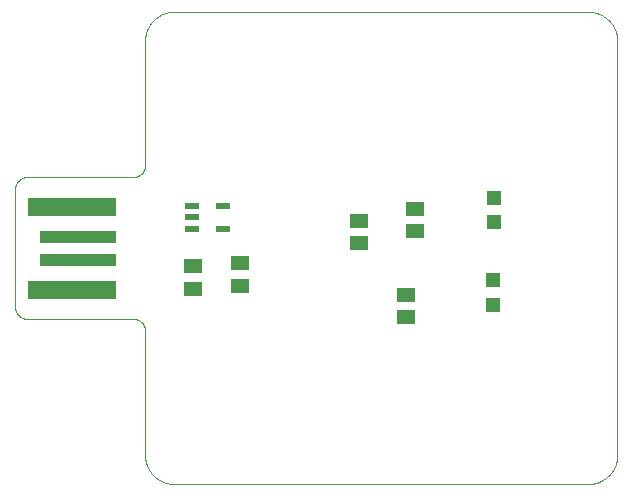
<source format=gtp>
G75*
%MOIN*%
%OFA0B0*%
%FSLAX25Y25*%
%IPPOS*%
%LPD*%
%AMOC8*
5,1,8,0,0,1.08239X$1,22.5*
%
%ADD10C,0.00000*%
%ADD11R,0.05906X0.05118*%
%ADD12R,0.29528X0.05906*%
%ADD13R,0.25591X0.03937*%
%ADD14R,0.04724X0.04724*%
%ADD15R,0.04724X0.02165*%
D10*
X0056328Y0010843D02*
X0056328Y0052181D01*
X0056326Y0052305D01*
X0056320Y0052428D01*
X0056311Y0052552D01*
X0056297Y0052674D01*
X0056280Y0052797D01*
X0056258Y0052919D01*
X0056233Y0053040D01*
X0056204Y0053160D01*
X0056172Y0053279D01*
X0056135Y0053398D01*
X0056095Y0053515D01*
X0056052Y0053630D01*
X0056004Y0053745D01*
X0055953Y0053857D01*
X0055899Y0053968D01*
X0055841Y0054078D01*
X0055780Y0054185D01*
X0055715Y0054291D01*
X0055647Y0054394D01*
X0055576Y0054495D01*
X0055502Y0054594D01*
X0055425Y0054691D01*
X0055344Y0054785D01*
X0055261Y0054876D01*
X0055175Y0054965D01*
X0055086Y0055051D01*
X0054995Y0055134D01*
X0054901Y0055215D01*
X0054804Y0055292D01*
X0054705Y0055366D01*
X0054604Y0055437D01*
X0054501Y0055505D01*
X0054395Y0055570D01*
X0054288Y0055631D01*
X0054178Y0055689D01*
X0054067Y0055743D01*
X0053955Y0055794D01*
X0053840Y0055842D01*
X0053725Y0055885D01*
X0053608Y0055925D01*
X0053489Y0055962D01*
X0053370Y0055994D01*
X0053250Y0056023D01*
X0053129Y0056048D01*
X0053007Y0056070D01*
X0052884Y0056087D01*
X0052762Y0056101D01*
X0052638Y0056110D01*
X0052515Y0056116D01*
X0052391Y0056118D01*
X0016958Y0056118D01*
X0016834Y0056120D01*
X0016711Y0056126D01*
X0016587Y0056135D01*
X0016465Y0056149D01*
X0016342Y0056166D01*
X0016220Y0056188D01*
X0016099Y0056213D01*
X0015979Y0056242D01*
X0015860Y0056274D01*
X0015741Y0056311D01*
X0015624Y0056351D01*
X0015509Y0056394D01*
X0015394Y0056442D01*
X0015282Y0056493D01*
X0015171Y0056547D01*
X0015061Y0056605D01*
X0014954Y0056666D01*
X0014848Y0056731D01*
X0014745Y0056799D01*
X0014644Y0056870D01*
X0014545Y0056944D01*
X0014448Y0057021D01*
X0014354Y0057102D01*
X0014263Y0057185D01*
X0014174Y0057271D01*
X0014088Y0057360D01*
X0014005Y0057451D01*
X0013924Y0057545D01*
X0013847Y0057642D01*
X0013773Y0057741D01*
X0013702Y0057842D01*
X0013634Y0057945D01*
X0013569Y0058051D01*
X0013508Y0058158D01*
X0013450Y0058268D01*
X0013396Y0058379D01*
X0013345Y0058491D01*
X0013297Y0058606D01*
X0013254Y0058721D01*
X0013214Y0058838D01*
X0013177Y0058957D01*
X0013145Y0059076D01*
X0013116Y0059196D01*
X0013091Y0059317D01*
X0013069Y0059439D01*
X0013052Y0059562D01*
X0013038Y0059684D01*
X0013029Y0059808D01*
X0013023Y0059931D01*
X0013021Y0060055D01*
X0013021Y0099425D01*
X0013023Y0099549D01*
X0013029Y0099672D01*
X0013038Y0099796D01*
X0013052Y0099918D01*
X0013069Y0100041D01*
X0013091Y0100163D01*
X0013116Y0100284D01*
X0013145Y0100404D01*
X0013177Y0100523D01*
X0013214Y0100642D01*
X0013254Y0100759D01*
X0013297Y0100874D01*
X0013345Y0100989D01*
X0013396Y0101101D01*
X0013450Y0101212D01*
X0013508Y0101322D01*
X0013569Y0101429D01*
X0013634Y0101535D01*
X0013702Y0101638D01*
X0013773Y0101739D01*
X0013847Y0101838D01*
X0013924Y0101935D01*
X0014005Y0102029D01*
X0014088Y0102120D01*
X0014174Y0102209D01*
X0014263Y0102295D01*
X0014354Y0102378D01*
X0014448Y0102459D01*
X0014545Y0102536D01*
X0014644Y0102610D01*
X0014745Y0102681D01*
X0014848Y0102749D01*
X0014954Y0102814D01*
X0015061Y0102875D01*
X0015171Y0102933D01*
X0015282Y0102987D01*
X0015394Y0103038D01*
X0015509Y0103086D01*
X0015624Y0103129D01*
X0015741Y0103169D01*
X0015860Y0103206D01*
X0015979Y0103238D01*
X0016099Y0103267D01*
X0016220Y0103292D01*
X0016342Y0103314D01*
X0016465Y0103331D01*
X0016587Y0103345D01*
X0016711Y0103354D01*
X0016834Y0103360D01*
X0016958Y0103362D01*
X0052391Y0103362D01*
X0052515Y0103364D01*
X0052638Y0103370D01*
X0052762Y0103379D01*
X0052884Y0103393D01*
X0053007Y0103410D01*
X0053129Y0103432D01*
X0053250Y0103457D01*
X0053370Y0103486D01*
X0053489Y0103518D01*
X0053608Y0103555D01*
X0053725Y0103595D01*
X0053840Y0103638D01*
X0053955Y0103686D01*
X0054067Y0103737D01*
X0054178Y0103791D01*
X0054288Y0103849D01*
X0054395Y0103910D01*
X0054501Y0103975D01*
X0054604Y0104043D01*
X0054705Y0104114D01*
X0054804Y0104188D01*
X0054901Y0104265D01*
X0054995Y0104346D01*
X0055086Y0104429D01*
X0055175Y0104515D01*
X0055261Y0104604D01*
X0055344Y0104695D01*
X0055425Y0104789D01*
X0055502Y0104886D01*
X0055576Y0104985D01*
X0055647Y0105086D01*
X0055715Y0105189D01*
X0055780Y0105295D01*
X0055841Y0105402D01*
X0055899Y0105512D01*
X0055953Y0105623D01*
X0056004Y0105735D01*
X0056052Y0105850D01*
X0056095Y0105965D01*
X0056135Y0106082D01*
X0056172Y0106201D01*
X0056204Y0106320D01*
X0056233Y0106440D01*
X0056258Y0106561D01*
X0056280Y0106683D01*
X0056297Y0106806D01*
X0056311Y0106928D01*
X0056320Y0107052D01*
X0056326Y0107175D01*
X0056328Y0107299D01*
X0056328Y0148638D01*
X0056331Y0148876D01*
X0056339Y0149114D01*
X0056354Y0149351D01*
X0056374Y0149588D01*
X0056400Y0149824D01*
X0056431Y0150060D01*
X0056468Y0150295D01*
X0056511Y0150529D01*
X0056560Y0150762D01*
X0056614Y0150994D01*
X0056674Y0151224D01*
X0056739Y0151453D01*
X0056810Y0151680D01*
X0056886Y0151905D01*
X0056968Y0152128D01*
X0057055Y0152350D01*
X0057147Y0152569D01*
X0057245Y0152786D01*
X0057347Y0153000D01*
X0057455Y0153212D01*
X0057569Y0153422D01*
X0057687Y0153628D01*
X0057810Y0153832D01*
X0057938Y0154032D01*
X0058070Y0154229D01*
X0058208Y0154424D01*
X0058350Y0154614D01*
X0058497Y0154802D01*
X0058648Y0154985D01*
X0058803Y0155165D01*
X0058963Y0155341D01*
X0059127Y0155513D01*
X0059296Y0155682D01*
X0059468Y0155846D01*
X0059644Y0156006D01*
X0059824Y0156161D01*
X0060007Y0156312D01*
X0060195Y0156459D01*
X0060385Y0156601D01*
X0060580Y0156739D01*
X0060777Y0156871D01*
X0060977Y0156999D01*
X0061181Y0157122D01*
X0061387Y0157240D01*
X0061597Y0157354D01*
X0061809Y0157462D01*
X0062023Y0157564D01*
X0062240Y0157662D01*
X0062459Y0157754D01*
X0062681Y0157841D01*
X0062904Y0157923D01*
X0063129Y0157999D01*
X0063356Y0158070D01*
X0063585Y0158135D01*
X0063815Y0158195D01*
X0064047Y0158249D01*
X0064280Y0158298D01*
X0064514Y0158341D01*
X0064749Y0158378D01*
X0064985Y0158409D01*
X0065221Y0158435D01*
X0065458Y0158455D01*
X0065695Y0158470D01*
X0065933Y0158478D01*
X0066171Y0158481D01*
X0066171Y0158480D02*
X0203966Y0158480D01*
X0203966Y0158481D02*
X0204204Y0158478D01*
X0204442Y0158470D01*
X0204679Y0158455D01*
X0204916Y0158435D01*
X0205152Y0158409D01*
X0205388Y0158378D01*
X0205623Y0158341D01*
X0205857Y0158298D01*
X0206090Y0158249D01*
X0206322Y0158195D01*
X0206552Y0158135D01*
X0206781Y0158070D01*
X0207008Y0157999D01*
X0207233Y0157923D01*
X0207456Y0157841D01*
X0207678Y0157754D01*
X0207897Y0157662D01*
X0208114Y0157564D01*
X0208328Y0157462D01*
X0208540Y0157354D01*
X0208750Y0157240D01*
X0208956Y0157122D01*
X0209160Y0156999D01*
X0209360Y0156871D01*
X0209557Y0156739D01*
X0209752Y0156601D01*
X0209942Y0156459D01*
X0210130Y0156312D01*
X0210313Y0156161D01*
X0210493Y0156006D01*
X0210669Y0155846D01*
X0210841Y0155682D01*
X0211010Y0155513D01*
X0211174Y0155341D01*
X0211334Y0155165D01*
X0211489Y0154985D01*
X0211640Y0154802D01*
X0211787Y0154614D01*
X0211929Y0154424D01*
X0212067Y0154229D01*
X0212199Y0154032D01*
X0212327Y0153832D01*
X0212450Y0153628D01*
X0212568Y0153422D01*
X0212682Y0153212D01*
X0212790Y0153000D01*
X0212892Y0152786D01*
X0212990Y0152569D01*
X0213082Y0152350D01*
X0213169Y0152128D01*
X0213251Y0151905D01*
X0213327Y0151680D01*
X0213398Y0151453D01*
X0213463Y0151224D01*
X0213523Y0150994D01*
X0213577Y0150762D01*
X0213626Y0150529D01*
X0213669Y0150295D01*
X0213706Y0150060D01*
X0213737Y0149824D01*
X0213763Y0149588D01*
X0213783Y0149351D01*
X0213798Y0149114D01*
X0213806Y0148876D01*
X0213809Y0148638D01*
X0213808Y0148638D02*
X0213808Y0010843D01*
X0213809Y0010843D02*
X0213806Y0010605D01*
X0213798Y0010367D01*
X0213783Y0010130D01*
X0213763Y0009893D01*
X0213737Y0009657D01*
X0213706Y0009421D01*
X0213669Y0009186D01*
X0213626Y0008952D01*
X0213577Y0008719D01*
X0213523Y0008487D01*
X0213463Y0008257D01*
X0213398Y0008028D01*
X0213327Y0007801D01*
X0213251Y0007576D01*
X0213169Y0007353D01*
X0213082Y0007131D01*
X0212990Y0006912D01*
X0212892Y0006695D01*
X0212790Y0006481D01*
X0212682Y0006269D01*
X0212568Y0006059D01*
X0212450Y0005853D01*
X0212327Y0005649D01*
X0212199Y0005449D01*
X0212067Y0005252D01*
X0211929Y0005057D01*
X0211787Y0004867D01*
X0211640Y0004679D01*
X0211489Y0004496D01*
X0211334Y0004316D01*
X0211174Y0004140D01*
X0211010Y0003968D01*
X0210841Y0003799D01*
X0210669Y0003635D01*
X0210493Y0003475D01*
X0210313Y0003320D01*
X0210130Y0003169D01*
X0209942Y0003022D01*
X0209752Y0002880D01*
X0209557Y0002742D01*
X0209360Y0002610D01*
X0209160Y0002482D01*
X0208956Y0002359D01*
X0208750Y0002241D01*
X0208540Y0002127D01*
X0208328Y0002019D01*
X0208114Y0001917D01*
X0207897Y0001819D01*
X0207678Y0001727D01*
X0207456Y0001640D01*
X0207233Y0001558D01*
X0207008Y0001482D01*
X0206781Y0001411D01*
X0206552Y0001346D01*
X0206322Y0001286D01*
X0206090Y0001232D01*
X0205857Y0001183D01*
X0205623Y0001140D01*
X0205388Y0001103D01*
X0205152Y0001072D01*
X0204916Y0001046D01*
X0204679Y0001026D01*
X0204442Y0001011D01*
X0204204Y0001003D01*
X0203966Y0001000D01*
X0066171Y0001000D01*
X0065933Y0001003D01*
X0065695Y0001011D01*
X0065458Y0001026D01*
X0065221Y0001046D01*
X0064985Y0001072D01*
X0064749Y0001103D01*
X0064514Y0001140D01*
X0064280Y0001183D01*
X0064047Y0001232D01*
X0063815Y0001286D01*
X0063585Y0001346D01*
X0063356Y0001411D01*
X0063129Y0001482D01*
X0062904Y0001558D01*
X0062681Y0001640D01*
X0062459Y0001727D01*
X0062240Y0001819D01*
X0062023Y0001917D01*
X0061809Y0002019D01*
X0061597Y0002127D01*
X0061387Y0002241D01*
X0061181Y0002359D01*
X0060977Y0002482D01*
X0060777Y0002610D01*
X0060580Y0002742D01*
X0060385Y0002880D01*
X0060195Y0003022D01*
X0060007Y0003169D01*
X0059824Y0003320D01*
X0059644Y0003475D01*
X0059468Y0003635D01*
X0059296Y0003799D01*
X0059127Y0003968D01*
X0058963Y0004140D01*
X0058803Y0004316D01*
X0058648Y0004496D01*
X0058497Y0004679D01*
X0058350Y0004867D01*
X0058208Y0005057D01*
X0058070Y0005252D01*
X0057938Y0005449D01*
X0057810Y0005649D01*
X0057687Y0005853D01*
X0057569Y0006059D01*
X0057455Y0006269D01*
X0057347Y0006481D01*
X0057245Y0006695D01*
X0057147Y0006912D01*
X0057055Y0007131D01*
X0056968Y0007353D01*
X0056886Y0007576D01*
X0056810Y0007801D01*
X0056739Y0008028D01*
X0056674Y0008257D01*
X0056614Y0008487D01*
X0056560Y0008719D01*
X0056511Y0008952D01*
X0056468Y0009186D01*
X0056431Y0009421D01*
X0056400Y0009657D01*
X0056374Y0009893D01*
X0056354Y0010130D01*
X0056339Y0010367D01*
X0056331Y0010605D01*
X0056328Y0010843D01*
D11*
X0072470Y0066197D03*
X0072470Y0073677D03*
X0087903Y0074622D03*
X0087903Y0067142D03*
X0127588Y0081276D03*
X0127588Y0088756D03*
X0146486Y0085291D03*
X0146486Y0092772D03*
X0143336Y0064150D03*
X0143336Y0056669D03*
D12*
X0031879Y0065764D03*
X0031879Y0093323D03*
D13*
X0033848Y0083480D03*
X0033848Y0075606D03*
D14*
X0172234Y0068953D03*
X0172234Y0060685D03*
X0172549Y0088244D03*
X0172549Y0096512D03*
D15*
X0082273Y0093677D03*
X0082273Y0086197D03*
X0072036Y0086197D03*
X0072036Y0089937D03*
X0072036Y0093677D03*
M02*

</source>
